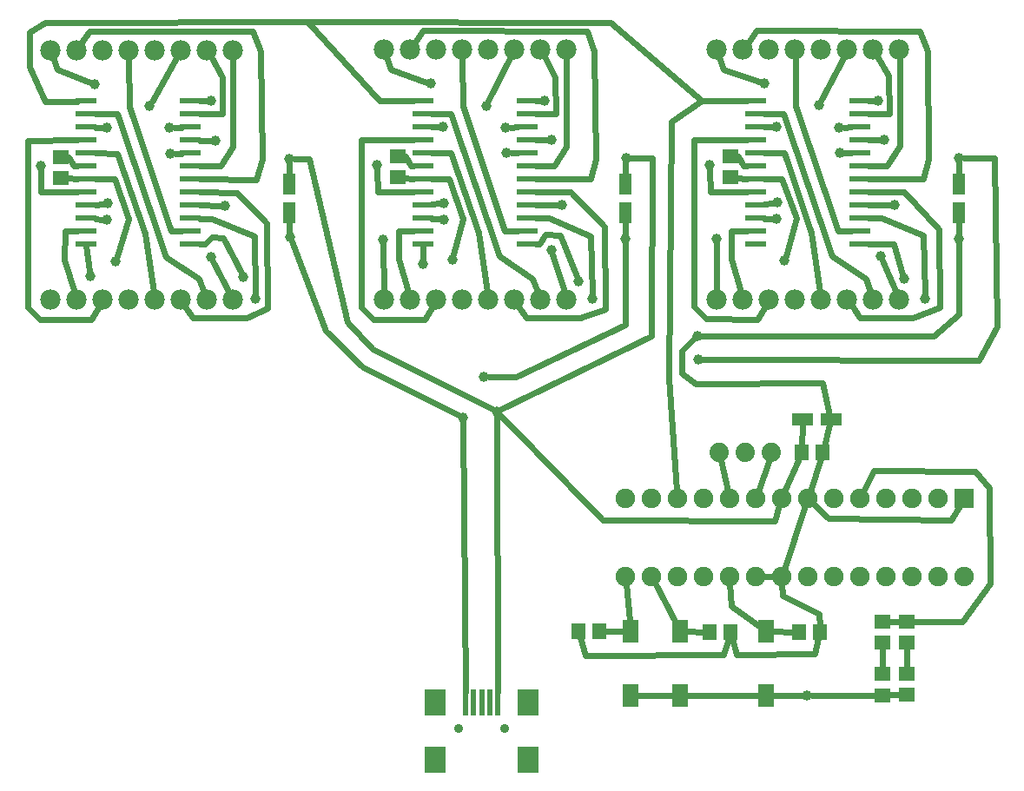
<source format=gtl>
G04 MADE WITH FRITZING*
G04 WWW.FRITZING.ORG*
G04 DOUBLE SIDED*
G04 HOLES PLATED*
G04 CONTOUR ON CENTER OF CONTOUR VECTOR*
%ASAXBY*%
%FSLAX23Y23*%
%MOIN*%
%OFA0B0*%
%SFA1.0B1.0*%
%ADD10C,0.039370*%
%ADD11C,0.075000*%
%ADD12C,0.074000*%
%ADD13C,0.035433*%
%ADD14C,0.078000*%
%ADD15R,0.055118X0.059055*%
%ADD16R,0.075000X0.075000*%
%ADD17R,0.062992X0.090551*%
%ADD18R,0.019685X0.098425*%
%ADD19R,0.078740X0.098425*%
%ADD20R,0.047244X0.078740*%
%ADD21R,0.078740X0.047244*%
%ADD22R,0.059055X0.055118*%
%ADD23R,0.080000X0.023000*%
%ADD24C,0.024000*%
%LNCOPPER1*%
G90*
G70*
G54D10*
X2641Y1404D03*
X3413Y1604D03*
X3410Y1693D03*
X2510Y1382D03*
X2591Y1538D03*
X1668Y1921D03*
G54D11*
X4434Y1072D03*
X4434Y772D03*
X4334Y1072D03*
X4334Y772D03*
X4234Y1072D03*
X4234Y772D03*
X4134Y1072D03*
X4134Y772D03*
X4034Y1072D03*
X4034Y772D03*
X3934Y1072D03*
X3934Y772D03*
X3834Y1072D03*
X3834Y772D03*
X3734Y1072D03*
X3734Y772D03*
X3634Y1072D03*
X3634Y772D03*
X3534Y1072D03*
X3534Y772D03*
X3434Y1072D03*
X3434Y772D03*
X3334Y1072D03*
X3334Y772D03*
X3234Y1072D03*
X3234Y772D03*
X3134Y1072D03*
X3134Y772D03*
G54D12*
X3596Y1246D03*
X3696Y1246D03*
X3496Y1246D03*
X3596Y1246D03*
X3696Y1246D03*
X3496Y1246D03*
G54D10*
X1080Y1924D03*
X2205Y2065D03*
X3484Y2069D03*
X2956Y1905D03*
X4205Y1914D03*
X2358Y1971D03*
X4106Y2597D03*
X2825Y2597D03*
X1545Y2596D03*
G54D13*
X2496Y187D03*
X2670Y187D03*
G54D10*
X4113Y2000D03*
X2851Y2025D03*
X1544Y1999D03*
X4415Y2376D03*
X3137Y2376D03*
X1845Y2375D03*
X4413Y2067D03*
X3133Y2068D03*
X1847Y2075D03*
X4285Y1839D03*
X3007Y1839D03*
X1716Y1838D03*
X3957Y2397D03*
X2679Y2396D03*
X1388Y2395D03*
X3715Y2143D03*
X2437Y2142D03*
X1145Y2141D03*
X3717Y2206D03*
X2438Y2205D03*
X1147Y2204D03*
X3459Y2350D03*
X2181Y2350D03*
X890Y2349D03*
X3954Y2495D03*
X2675Y2494D03*
X1384Y2493D03*
X3667Y2663D03*
X2388Y2663D03*
X1097Y2662D03*
X3713Y2497D03*
X2435Y2496D03*
X1144Y2495D03*
X3878Y2580D03*
X2600Y2579D03*
X1308Y2578D03*
X4168Y2197D03*
X2890Y2196D03*
X1599Y2195D03*
X4129Y2447D03*
X2851Y2446D03*
X1560Y2445D03*
X3746Y1984D03*
X2470Y1988D03*
X1177Y1982D03*
G54D14*
X4186Y2794D03*
X4086Y2794D03*
X3986Y2794D03*
X3886Y2794D03*
X3786Y2794D03*
X3686Y2794D03*
X3586Y2794D03*
X3486Y2794D03*
X2908Y2793D03*
X2808Y2793D03*
X2708Y2793D03*
X2608Y2793D03*
X2508Y2793D03*
X2408Y2793D03*
X2308Y2793D03*
X2208Y2793D03*
X1628Y2792D03*
X1528Y2792D03*
X1428Y2792D03*
X1328Y2792D03*
X1228Y2792D03*
X1128Y2792D03*
X1028Y2792D03*
X928Y2792D03*
X4186Y1835D03*
X4086Y1835D03*
X3986Y1835D03*
X3886Y1835D03*
X3786Y1835D03*
X3686Y1835D03*
X3586Y1835D03*
X3486Y1835D03*
X2908Y1834D03*
X2808Y1834D03*
X2708Y1834D03*
X2608Y1834D03*
X2508Y1834D03*
X2408Y1834D03*
X2308Y1834D03*
X2208Y1834D03*
X1628Y1833D03*
X1528Y1833D03*
X1428Y1833D03*
X1328Y1833D03*
X1228Y1833D03*
X1128Y1833D03*
X1028Y1833D03*
X928Y1833D03*
G54D10*
X3832Y315D03*
G54D15*
X3811Y1249D03*
X3892Y1249D03*
G54D16*
X4434Y1072D03*
G54D17*
X3344Y562D03*
X3344Y314D03*
X3674Y562D03*
X3674Y314D03*
X3155Y562D03*
X3155Y314D03*
G54D18*
X2583Y286D03*
X2551Y286D03*
X2646Y286D03*
X2614Y286D03*
G54D19*
X2760Y69D03*
X2406Y69D03*
X2760Y286D03*
X2406Y286D03*
G54D18*
X2520Y286D03*
G54D20*
X4415Y2166D03*
X4415Y2277D03*
X3135Y2166D03*
X3135Y2276D03*
X1845Y2168D03*
X1845Y2278D03*
G54D21*
X3923Y1373D03*
X3813Y1373D03*
G54D22*
X3538Y2384D03*
X3538Y2303D03*
X2260Y2383D03*
X2260Y2303D03*
X969Y2382D03*
X969Y2302D03*
G54D23*
X4035Y2047D03*
X4035Y2097D03*
X4035Y2147D03*
X4035Y2197D03*
X4035Y2247D03*
X4035Y2297D03*
X4035Y2347D03*
X4035Y2397D03*
X4035Y2447D03*
X4035Y2497D03*
X4035Y2547D03*
X4035Y2597D03*
X3635Y2047D03*
X3635Y2097D03*
X3635Y2147D03*
X3635Y2197D03*
X3635Y2247D03*
X3635Y2297D03*
X3635Y2347D03*
X3635Y2397D03*
X3635Y2447D03*
X3635Y2497D03*
X3635Y2547D03*
X3635Y2597D03*
X2757Y2047D03*
X2757Y2097D03*
X2757Y2147D03*
X2757Y2197D03*
X2757Y2247D03*
X2757Y2297D03*
X2757Y2347D03*
X2757Y2397D03*
X2757Y2447D03*
X2757Y2497D03*
X2757Y2547D03*
X2757Y2597D03*
X2357Y2047D03*
X2357Y2097D03*
X2357Y2147D03*
X2357Y2197D03*
X2357Y2247D03*
X2357Y2297D03*
X2357Y2347D03*
X2357Y2397D03*
X2357Y2447D03*
X2357Y2497D03*
X2357Y2547D03*
X2357Y2597D03*
X1466Y2046D03*
X1466Y2096D03*
X1466Y2146D03*
X1466Y2196D03*
X1466Y2246D03*
X1466Y2296D03*
X1466Y2346D03*
X1466Y2396D03*
X1466Y2446D03*
X1466Y2496D03*
X1466Y2546D03*
X1466Y2596D03*
X1066Y2046D03*
X1066Y2096D03*
X1066Y2146D03*
X1066Y2196D03*
X1066Y2246D03*
X1066Y2296D03*
X1066Y2346D03*
X1066Y2396D03*
X1066Y2446D03*
X1066Y2496D03*
X1066Y2546D03*
X1066Y2596D03*
G54D15*
X2953Y560D03*
X3033Y560D03*
G54D22*
X4216Y517D03*
X4216Y597D03*
X4121Y517D03*
X4121Y597D03*
G54D15*
X3800Y557D03*
X3881Y557D03*
X3459Y557D03*
X3539Y557D03*
G54D22*
X4122Y315D03*
X4122Y396D03*
X4216Y317D03*
X4216Y397D03*
G54D24*
X3235Y1693D02*
X3238Y2376D01*
D02*
X2658Y1413D02*
X3235Y1693D01*
D02*
X3238Y2376D02*
X3156Y2376D01*
D02*
X3302Y1534D02*
X3332Y1101D01*
D02*
X3311Y2516D02*
X3302Y1534D01*
D02*
X3429Y2599D02*
X3311Y2516D01*
D02*
X3705Y772D02*
X3663Y772D01*
D02*
X3825Y1045D02*
X3743Y799D01*
D02*
X3843Y1099D02*
X3884Y1225D01*
D02*
X3746Y1098D02*
X3801Y1225D01*
D02*
X2716Y1538D02*
X3135Y1738D01*
D02*
X3135Y1738D02*
X3133Y2049D01*
D02*
X2610Y1538D02*
X2716Y1538D01*
D02*
X2510Y1363D02*
X2520Y329D01*
D02*
X4319Y1693D02*
X4416Y1776D01*
D02*
X4416Y1776D02*
X4413Y2048D01*
D02*
X3429Y1693D02*
X4319Y1693D01*
D02*
X4552Y2379D02*
X4434Y2377D01*
D02*
X4560Y1732D02*
X4552Y2379D01*
D02*
X4491Y1601D02*
X4560Y1732D01*
D02*
X3432Y1604D02*
X4491Y1601D01*
D02*
X4385Y988D02*
X3913Y993D01*
D02*
X3913Y993D02*
X3854Y1052D01*
D02*
X4420Y1047D02*
X4385Y988D01*
D02*
X3644Y1099D02*
X3687Y1220D01*
D02*
X3528Y1100D02*
X3502Y1219D01*
D02*
X1592Y2072D02*
X1549Y2073D01*
D02*
X1549Y2073D02*
X1521Y2046D01*
D02*
X1521Y2046D02*
X1500Y2046D01*
D02*
X1660Y1938D02*
X1592Y2072D01*
D02*
X3429Y2599D02*
X3600Y2598D01*
D02*
X3078Y2899D02*
X3429Y2599D01*
D02*
X1916Y2900D02*
X3078Y2899D01*
D02*
X2191Y2596D02*
X1916Y2900D01*
D02*
X1916Y2900D02*
X907Y2899D01*
D02*
X907Y2899D02*
X848Y2860D01*
D02*
X848Y2860D02*
X849Y2726D01*
D02*
X849Y2726D02*
X907Y2593D01*
D02*
X907Y2593D02*
X1031Y2595D01*
D02*
X2322Y2597D02*
X2191Y2596D01*
D02*
X4166Y2048D02*
X4069Y2048D01*
D02*
X4199Y1932D02*
X4166Y2048D01*
D02*
X2357Y1990D02*
X2357Y2041D01*
D02*
X2829Y2083D02*
X2805Y2047D01*
D02*
X2805Y2047D02*
X2791Y2047D01*
D02*
X2886Y2082D02*
X2829Y2083D01*
D02*
X2949Y1923D02*
X2886Y2082D01*
D02*
X3484Y2050D02*
X3486Y1865D01*
D02*
X2205Y2046D02*
X2208Y1864D01*
D02*
X1077Y1943D02*
X1066Y2040D01*
D02*
X1526Y2596D02*
X1500Y2596D01*
D02*
X2806Y2597D02*
X2791Y2597D01*
D02*
X4087Y2597D02*
X4069Y2597D01*
D02*
X4121Y1983D02*
X4174Y1862D01*
D02*
X2856Y2006D02*
X2900Y1863D01*
D02*
X1552Y1982D02*
X1615Y1860D01*
D02*
X4279Y2080D02*
X4118Y2147D01*
D02*
X3001Y2079D02*
X2840Y2146D01*
D02*
X1710Y2078D02*
X1549Y2145D01*
D02*
X4118Y2147D02*
X4069Y2147D01*
D02*
X2840Y2146D02*
X2791Y2147D01*
D02*
X1549Y2145D02*
X1500Y2145D01*
D02*
X4285Y1858D02*
X4279Y2080D01*
D02*
X3007Y1858D02*
X3001Y2079D01*
D02*
X1715Y1857D02*
X1710Y2078D01*
D02*
X2127Y1574D02*
X1985Y1715D01*
D02*
X1985Y1715D02*
X1854Y2057D01*
D02*
X2493Y1391D02*
X2127Y1574D01*
D02*
X2641Y1385D02*
X2646Y329D01*
D02*
X2166Y1643D02*
X2624Y1413D01*
D02*
X2069Y1749D02*
X2166Y1643D01*
D02*
X1921Y2374D02*
X2069Y1749D01*
D02*
X1864Y2374D02*
X1921Y2374D01*
D02*
X4413Y2086D02*
X4414Y2133D01*
D02*
X3134Y2087D02*
X3134Y2132D01*
D02*
X1846Y2094D02*
X1846Y2134D01*
D02*
X4415Y2357D02*
X4415Y2310D01*
D02*
X3136Y2357D02*
X3136Y2310D01*
D02*
X1845Y2356D02*
X1845Y2312D01*
D02*
X4187Y2423D02*
X4187Y2764D01*
D02*
X2909Y2422D02*
X2908Y2763D01*
D02*
X1629Y2421D02*
X1628Y2762D01*
D02*
X4145Y2693D02*
X4102Y2768D01*
D02*
X2866Y2689D02*
X2823Y2767D01*
D02*
X1589Y2686D02*
X1543Y2766D01*
D02*
X4148Y2547D02*
X4145Y2693D01*
D02*
X2869Y2547D02*
X2866Y2689D01*
D02*
X1589Y2546D02*
X1589Y2686D01*
D02*
X4139Y2348D02*
X4187Y2423D01*
D02*
X2861Y2348D02*
X2909Y2422D01*
D02*
X1581Y2347D02*
X1629Y2421D01*
D02*
X4069Y2348D02*
X4139Y2348D01*
D02*
X2791Y2347D02*
X2861Y2348D01*
D02*
X1500Y2346D02*
X1581Y2347D01*
D02*
X4069Y2547D02*
X4148Y2547D01*
D02*
X2791Y2547D02*
X2869Y2547D01*
D02*
X1500Y2546D02*
X1589Y2546D01*
D02*
X3848Y2091D02*
X3882Y1865D01*
D02*
X2570Y2090D02*
X2604Y1864D01*
D02*
X1290Y2089D02*
X1324Y1863D01*
D02*
X3446Y1760D02*
X3642Y1758D01*
D02*
X2168Y1759D02*
X2364Y1757D01*
D02*
X888Y1758D02*
X1084Y1756D01*
D02*
X4057Y1915D02*
X4076Y1863D01*
D02*
X2779Y1915D02*
X2798Y1863D01*
D02*
X1499Y1914D02*
X1518Y1862D01*
D02*
X3929Y2000D02*
X4057Y1915D01*
D02*
X2651Y2000D02*
X2779Y1915D01*
D02*
X1371Y1999D02*
X1499Y1914D01*
D02*
X3789Y2576D02*
X3787Y2764D01*
D02*
X2511Y2576D02*
X2509Y2763D01*
D02*
X1231Y2575D02*
X1229Y2762D01*
D02*
X4298Y2374D02*
X4294Y2789D01*
D02*
X3020Y2374D02*
X3016Y2789D01*
D02*
X1740Y2373D02*
X1736Y2788D01*
D02*
X4294Y2789D02*
X4265Y2865D01*
D02*
X3016Y2789D02*
X2987Y2865D01*
D02*
X1736Y2788D02*
X1706Y2863D01*
D02*
X4278Y2297D02*
X4298Y2374D01*
D02*
X3000Y2296D02*
X3020Y2374D01*
D02*
X1719Y2295D02*
X1740Y2373D01*
D02*
X3742Y2548D02*
X3929Y2000D01*
D02*
X2464Y2548D02*
X2651Y2000D01*
D02*
X1184Y2547D02*
X1371Y1999D01*
D02*
X3637Y2867D02*
X3604Y2819D01*
D02*
X2359Y2866D02*
X2326Y2818D01*
D02*
X1079Y2865D02*
X1045Y2817D01*
D02*
X3744Y2397D02*
X3848Y2091D01*
D02*
X2466Y2396D02*
X2570Y2090D01*
D02*
X1186Y2395D02*
X1290Y2089D01*
D02*
X3398Y2447D02*
X3398Y1806D01*
D02*
X2120Y2446D02*
X2120Y1805D01*
D02*
X840Y2445D02*
X840Y1804D01*
D02*
X3398Y1806D02*
X3446Y1760D01*
D02*
X2120Y1805D02*
X2168Y1759D01*
D02*
X840Y1804D02*
X888Y1758D01*
D02*
X3642Y1758D02*
X3672Y1809D01*
D02*
X2364Y1757D02*
X2393Y1808D01*
D02*
X1084Y1756D02*
X1113Y1807D01*
D02*
X3950Y2098D02*
X3789Y2576D01*
D02*
X2672Y2098D02*
X2511Y2576D01*
D02*
X1392Y2097D02*
X1231Y2575D01*
D02*
X4265Y2865D02*
X3637Y2867D01*
D02*
X2987Y2865D02*
X2359Y2866D01*
D02*
X1706Y2863D02*
X1079Y2865D01*
D02*
X3600Y2447D02*
X3398Y2447D01*
D02*
X2322Y2447D02*
X2120Y2446D01*
D02*
X1031Y2446D02*
X840Y2445D01*
D02*
X3669Y2397D02*
X3744Y2397D01*
D02*
X2391Y2397D02*
X2466Y2396D01*
D02*
X1100Y2396D02*
X1186Y2395D01*
D02*
X3669Y2548D02*
X3742Y2548D01*
D02*
X2391Y2547D02*
X2464Y2548D01*
D02*
X1100Y2546D02*
X1184Y2547D01*
D02*
X4069Y2297D02*
X4278Y2297D01*
D02*
X2791Y2297D02*
X3000Y2296D01*
D02*
X1500Y2296D02*
X1719Y2295D01*
D02*
X4000Y2098D02*
X3950Y2098D01*
D02*
X2722Y2097D02*
X2672Y2098D01*
D02*
X1431Y2096D02*
X1392Y2097D01*
D02*
X4338Y2104D02*
X4342Y1803D01*
D02*
X3053Y2113D02*
X3059Y1799D01*
D02*
X1758Y2126D02*
X1762Y1802D01*
D02*
X4342Y1803D02*
X4239Y1765D01*
D02*
X3059Y1799D02*
X2961Y1765D01*
D02*
X1762Y1802D02*
X1681Y1763D01*
D02*
X3541Y1991D02*
X3578Y1864D01*
D02*
X2263Y1990D02*
X2300Y1863D01*
D02*
X982Y1989D02*
X1020Y1862D01*
D02*
X3600Y2299D02*
X3562Y2302D01*
D02*
X2322Y2299D02*
X2284Y2301D01*
D02*
X1031Y2298D02*
X993Y2300D01*
D02*
X3461Y2248D02*
X3600Y2248D01*
D02*
X2183Y2248D02*
X2322Y2247D01*
D02*
X892Y2247D02*
X1031Y2246D01*
D02*
X3459Y2331D02*
X3461Y2248D01*
D02*
X2181Y2331D02*
X2183Y2248D01*
D02*
X890Y2330D02*
X892Y2247D01*
D02*
X3698Y2204D02*
X3669Y2201D01*
D02*
X2420Y2203D02*
X2391Y2200D01*
D02*
X1128Y2202D02*
X1100Y2199D01*
D02*
X3696Y2144D02*
X3669Y2145D01*
D02*
X2418Y2143D02*
X2391Y2145D01*
D02*
X1126Y2142D02*
X1100Y2144D01*
D02*
X3976Y2397D02*
X4000Y2397D01*
D02*
X2698Y2396D02*
X2722Y2396D01*
D02*
X1407Y2395D02*
X1431Y2395D01*
D02*
X3542Y2098D02*
X3541Y1991D01*
D02*
X2264Y2098D02*
X2263Y1990D01*
D02*
X984Y2097D02*
X982Y1989D01*
D02*
X4033Y1765D02*
X4003Y1810D01*
D02*
X2755Y1765D02*
X2725Y1809D01*
D02*
X1475Y1764D02*
X1445Y1808D01*
D02*
X4239Y1765D02*
X4033Y1765D01*
D02*
X2961Y1765D02*
X2755Y1765D01*
D02*
X1681Y1764D02*
X1475Y1764D01*
D02*
X4204Y2247D02*
X4338Y2104D01*
D02*
X2925Y2246D02*
X3053Y2113D01*
D02*
X1645Y2245D02*
X1758Y2126D01*
D02*
X4069Y2247D02*
X4204Y2247D01*
D02*
X2791Y2247D02*
X2925Y2246D01*
D02*
X1500Y2246D02*
X1645Y2245D01*
D02*
X3600Y2098D02*
X3542Y2098D01*
D02*
X2322Y2097D02*
X2264Y2098D01*
D02*
X1031Y2096D02*
X984Y2097D01*
D02*
X3790Y2147D02*
X3751Y2002D01*
D02*
X2512Y2143D02*
X2475Y2007D01*
D02*
X1229Y2145D02*
X1183Y2000D01*
D02*
X3736Y2299D02*
X3790Y2147D01*
D02*
X2458Y2297D02*
X2512Y2143D01*
D02*
X1173Y2297D02*
X1229Y2145D01*
D02*
X3669Y2298D02*
X3736Y2299D01*
D02*
X2391Y2297D02*
X2458Y2297D01*
D02*
X1100Y2296D02*
X1173Y2297D01*
D02*
X4110Y2447D02*
X4069Y2447D01*
D02*
X2832Y2446D02*
X2791Y2447D01*
D02*
X1541Y2445D02*
X1500Y2445D01*
D02*
X4149Y2197D02*
X4069Y2197D01*
D02*
X2871Y2196D02*
X2791Y2197D01*
D02*
X1580Y2195D02*
X1500Y2196D01*
D02*
X3511Y2719D02*
X3496Y2765D01*
D02*
X2233Y2718D02*
X2218Y2765D01*
D02*
X953Y2717D02*
X938Y2764D01*
D02*
X3886Y2597D02*
X3973Y2767D01*
D02*
X2608Y2596D02*
X2695Y2767D01*
D02*
X1318Y2595D02*
X1414Y2766D01*
D02*
X3694Y2497D02*
X3669Y2497D01*
D02*
X2416Y2496D02*
X2391Y2496D01*
D02*
X1125Y2495D02*
X1100Y2495D01*
D02*
X3649Y2670D02*
X3511Y2719D01*
D02*
X2371Y2669D02*
X2233Y2718D01*
D02*
X1080Y2668D02*
X953Y2717D01*
D02*
X3973Y2495D02*
X4000Y2496D01*
D02*
X2694Y2495D02*
X2722Y2496D01*
D02*
X1403Y2494D02*
X1431Y2495D01*
D02*
X3568Y2384D02*
X3562Y2384D01*
D02*
X2290Y2383D02*
X2284Y2383D01*
D02*
X999Y2382D02*
X993Y2382D01*
D02*
X3589Y2348D02*
X3568Y2384D01*
D02*
X2311Y2348D02*
X2290Y2383D01*
D02*
X1019Y2347D02*
X999Y2382D01*
D02*
X3600Y2348D02*
X3589Y2348D01*
D02*
X2322Y2348D02*
X2311Y2348D01*
D02*
X1031Y2347D02*
X1019Y2347D01*
D02*
X3812Y1272D02*
X3813Y1355D01*
D02*
X3898Y1272D02*
X3919Y1355D01*
D02*
X3049Y988D02*
X2654Y1391D01*
D02*
X3708Y984D02*
X3049Y988D01*
D02*
X3726Y1045D02*
X3708Y984D01*
D02*
X3351Y1638D02*
X3351Y1551D01*
D02*
X3351Y1551D02*
X3405Y1510D01*
D02*
X3396Y1680D02*
X3351Y1638D01*
D02*
X3405Y1510D02*
X3890Y1514D01*
D02*
X3890Y1514D02*
X3919Y1391D01*
D02*
X3541Y657D02*
X3536Y743D01*
D02*
X3648Y580D02*
X3541Y657D01*
D02*
X3700Y561D02*
X3778Y558D01*
D02*
X3738Y696D02*
X3877Y626D01*
D02*
X3736Y743D02*
X3738Y696D01*
D02*
X3877Y626D02*
X3880Y581D01*
D02*
X3151Y601D02*
X3137Y744D01*
D02*
X3323Y601D02*
X3247Y747D01*
D02*
X3437Y558D02*
X3369Y561D01*
D02*
X3560Y471D02*
X3545Y533D01*
D02*
X3860Y474D02*
X3560Y471D01*
D02*
X3875Y533D02*
X3860Y474D01*
D02*
X3129Y561D02*
X3055Y560D01*
D02*
X3510Y471D02*
X2982Y468D01*
D02*
X3531Y533D02*
X3510Y471D01*
D02*
X2982Y468D02*
X2960Y536D01*
D02*
X3318Y314D02*
X3181Y314D01*
D02*
X3648Y314D02*
X3369Y314D01*
D02*
X3813Y315D02*
X3700Y314D01*
D02*
X3851Y315D02*
X4098Y315D01*
D02*
X4146Y316D02*
X4192Y316D01*
D02*
X4121Y495D02*
X4122Y418D01*
D02*
X4216Y419D02*
X4216Y495D01*
D02*
X4192Y597D02*
X4145Y597D01*
D02*
X4535Y743D02*
X4532Y1110D01*
D02*
X4532Y1110D02*
X4477Y1174D01*
D02*
X4088Y1176D02*
X4047Y1097D01*
D02*
X4427Y599D02*
X4535Y743D01*
D02*
X4240Y598D02*
X4427Y599D01*
D02*
X4477Y1174D02*
X4088Y1176D01*
G04 End of Copper1*
M02*
</source>
